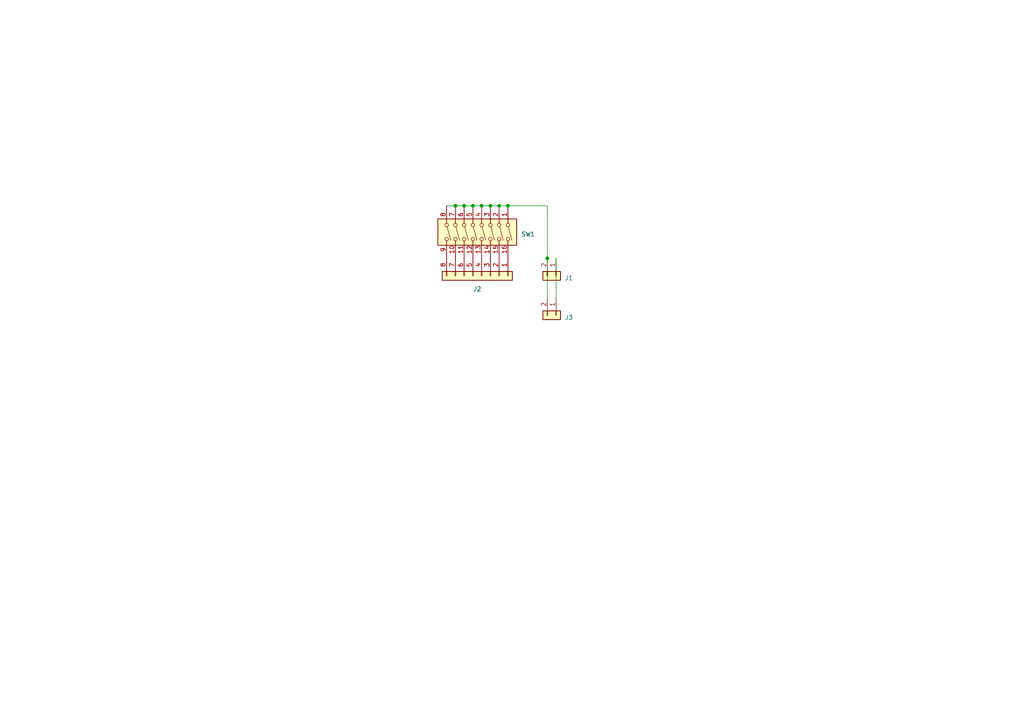
<source format=kicad_sch>
(kicad_sch (version 20230121) (generator eeschema)
  (paper "A4")
  (lib_symbols
    (symbol "Connector_Generic:Conn_01x02" (pin_names (offset 1.016) hide)
      (property "Reference" "J" (at 0 2.54 0))
      (property "Value" "Conn_01x02" (at 0 -5.08 0))
      (symbol "Conn_01x02_1_1"
        (rectangle (start -1.27 -2.413) (end 0 -2.667) (stroke (width 0.1524)))
        (rectangle (start -1.27 0.127) (end 0 -0.127) (stroke (width 0.1524)))
        (rectangle (start -1.27 1.27) (end 1.27 -3.81) (stroke (width 0.254)) (fill (type background)))
        (pin passive line (at -5.08 0 0) (length 3.81) (name "Pin_1") (number "1"))
        (pin passive line (at -5.08 -2.54 0) (length 3.81) (name "Pin_2") (number "2"))
      )
    )
    (symbol "Connector_Generic:Conn_01x08" (pin_names (offset 1.016) hide)
      (property "Reference" "J" (at 0 10.16 0))
      (property "Value" "Conn_01x08" (at 0 -12.7 0))
      (symbol "Conn_01x08_1_1"
        (rectangle (start -1.27 -10.033) (end 0 -10.287) (stroke (width 0.1524)))
        (rectangle (start -1.27 -7.493) (end 0 -7.747) (stroke (width 0.1524)))
        (rectangle (start -1.27 -4.953) (end 0 -5.207) (stroke (width 0.1524)))
        (rectangle (start -1.27 -2.413) (end 0 -2.667) (stroke (width 0.1524)))
        (rectangle (start -1.27 0.127) (end 0 -0.127) (stroke (width 0.1524)))
        (rectangle (start -1.27 2.667) (end 0 2.413) (stroke (width 0.1524)))
        (rectangle (start -1.27 5.207) (end 0 4.953) (stroke (width 0.1524)))
        (rectangle (start -1.27 7.747) (end 0 7.493) (stroke (width 0.1524)))
        (rectangle (start -1.27 8.89) (end 1.27 -11.43) (stroke (width 0.254)) (fill (type background)))
        (pin passive line (at -5.08 7.62 0) (length 3.81) (name "Pin_1") (number "1"))
        (pin passive line (at -5.08 5.08 0) (length 3.81) (name "Pin_2") (number "2"))
        (pin passive line (at -5.08 2.54 0) (length 3.81) (name "Pin_3") (number "3"))
        (pin passive line (at -5.08 0 0) (length 3.81) (name "Pin_4") (number "4"))
        (pin passive line (at -5.08 -2.54 0) (length 3.81) (name "Pin_5") (number "5"))
        (pin passive line (at -5.08 -5.08 0) (length 3.81) (name "Pin_6") (number "6"))
        (pin passive line (at -5.08 -7.62 0) (length 3.81) (name "Pin_7") (number "7"))
        (pin passive line (at -5.08 -10.16 0) (length 3.81) (name "Pin_8") (number "8"))
      )
    )
    (symbol "Switch:SW_DIP_x08" (pin_names (offset 0) hide)
      (property "Reference" "SW" (at 0 13.97 0))
      (property "Value" "SW_DIP_x08" (at 0 -11.43 0))
      (symbol "SW_DIP_x08_0_0"
        (circle (center -2.032 -7.62) (radius 0.508))
        (circle (center -2.032 -5.08) (radius 0.508))
        (circle (center -2.032 -2.54) (radius 0.508))
        (circle (center -2.032 0) (radius 0.508))
        (circle (center -2.032 2.54) (radius 0.508))
        (circle (center -2.032 5.08) (radius 0.508))
        (circle (center -2.032 7.62) (radius 0.508))
        (circle (center -2.032 10.16) (radius 0.508))
        (polyline (pts (xy -1.524 -7.4676) (xy 2.3622 -6.4262)))
        (polyline (pts (xy -1.524 -4.9276) (xy 2.3622 -3.8862)))
        (polyline (pts (xy -1.524 -2.3876) (xy 2.3622 -1.3462)))
        (polyline (pts (xy -1.524 0.127) (xy 2.3622 1.1684)))
        (polyline (pts (xy -1.524 2.667) (xy 2.3622 3.7084)))
        (polyline (pts (xy -1.524 5.207) (xy 2.3622 6.2484)))
        (polyline (pts (xy -1.524 7.747) (xy 2.3622 8.7884)))
        (polyline (pts (xy -1.524 10.287) (xy 2.3622 11.3284)))
        (circle (center 2.032 -7.62) (radius 0.508))
        (circle (center 2.032 -5.08) (radius 0.508))
        (circle (center 2.032 -2.54) (radius 0.508))
        (circle (center 2.032 0) (radius 0.508))
        (circle (center 2.032 2.54) (radius 0.508))
        (circle (center 2.032 5.08) (radius 0.508))
        (circle (center 2.032 7.62) (radius 0.508))
        (circle (center 2.032 10.16) (radius 0.508))
      )
      (symbol "SW_DIP_x08_0_1"
        (rectangle (start -3.81 12.7) (end 3.81 -10.16) (stroke (width 0.254)) (fill (type background)))
      )
      (symbol "SW_DIP_x08_1_1"
        (pin passive line (at -7.62 10.16 0) (length 5.08) (name "~") (number "1"))
        (pin passive line (at 7.62 -5.08 180) (length 5.08) (name "~") (number "10"))
        (pin passive line (at 7.62 -2.54 180) (length 5.08) (name "~") (number "11"))
        (pin passive line (at 7.62 0 180) (length 5.08) (name "~") (number "12"))
        (pin passive line (at 7.62 2.54 180) (length 5.08) (name "~") (number "13"))
        (pin passive line (at 7.62 5.08 180) (length 5.08) (name "~") (number "14"))
        (pin passive line (at 7.62 7.62 180) (length 5.08) (name "~") (number "15"))
        (pin passive line (at 7.62 10.16 180) (length 5.08) (name "~") (number "16"))
        (pin passive line (at -7.62 7.62 0) (length 5.08) (name "~") (number "2"))
        (pin passive line (at -7.62 5.08 0) (length 5.08) (name "~") (number "3"))
        (pin passive line (at -7.62 2.54 0) (length 5.08) (name "~") (number "4"))
        (pin passive line (at -7.62 0 0) (length 5.08) (name "~") (number "5"))
        (pin passive line (at -7.62 -2.54 0) (length 5.08) (name "~") (number "6"))
        (pin passive line (at -7.62 -5.08 0) (length 5.08) (name "~") (number "7"))
        (pin passive line (at -7.62 -7.62 0) (length 5.08) (name "~") (number "8"))
        (pin passive line (at 7.62 -7.62 180) (length 5.08) (name "~") (number "9"))
      )
    )
  )
  (junction (at 134.62 59.69))
  (junction (at 142.24 59.69))
  (junction (at 147.32 59.69))
  (junction (at 132.08 59.69))
  (junction (at 144.78 59.69))
  (junction (at 139.7 59.69))
  (junction (at 158.75 74.93))
  (junction (at 137.16 59.69))
  (wire (pts (xy 134.62 59.69) (xy 137.16 59.69)))
  (wire (pts (xy 132.08 59.69) (xy 134.62 59.69)))
  (wire (pts (xy 158.75 59.69) (xy 158.75 74.93)))
  (wire (pts (xy 142.24 59.69) (xy 144.78 59.69)))
  (wire (pts (xy 144.78 59.69) (xy 147.32 59.69)))
  (wire (pts (xy 147.32 59.69) (xy 158.75 59.69)))
  (wire (pts (xy 161.29 74.93) (xy 161.29 86.36)))
  (wire (pts (xy 158.75 74.93) (xy 158.75 86.36)))
  (wire (pts (xy 129.54 59.69) (xy 132.08 59.69)))
  (wire (pts (xy 139.7 59.69) (xy 142.24 59.69)))
  (wire (pts (xy 137.16 59.69) (xy 139.7 59.69)))
  (symbol (lib_id "Switch:SW_DIP_x08") (at 137.16 67.31 270) (unit 1)
    (property "Reference" "SW1" (at 151.13 67.945 90) (effects (justify left)))
    (property "Value" "SW_DIP_x08" (effects hide))
    (property "Footprint" "Package_DIP:DIP-8_W8.89mm_SMDSocket_LongPads" (effects hide))
  )
  (symbol (lib_id "Connector_Generic:Conn_01x02") (at 161.29 91.44 270) (unit 1)
    (property "Reference" "J3" (at 163.83 92.075 90) (effects (justify left)))
    (property "Value" "Conn_01x02" (effects hide))
    (property "Footprint" "Connector_PinHeader_2.54mm:PinHeader_1x02_P2.54mm_Vertical" (effects hide))
  )
  (symbol (lib_id "Connector_Generic:Conn_01x08") (at 139.7 80.01 270) (unit 1)
    (property "Reference" "J2" (at 138.43 83.82 90))
    (property "Value" "Conn_01x08" (effects hide))
    (property "Footprint" "Connector_PinHeader_2.54mm:PinHeader_1x08_P2.54mm_Vertical" (effects hide))
  )
  (symbol (lib_id "Connector_Generic:Conn_01x02") (at 161.29 80.01 270) (unit 1)
    (property "Reference" "J1" (at 163.83 80.645 90) (effects (justify left)))
    (property "Value" "Conn_01x02" (effects hide))
    (property "Footprint" "Connector_PinHeader_2.54mm:PinHeader_1x02_P2.54mm_Vertical" (effects hide))
  )
)
</source>
